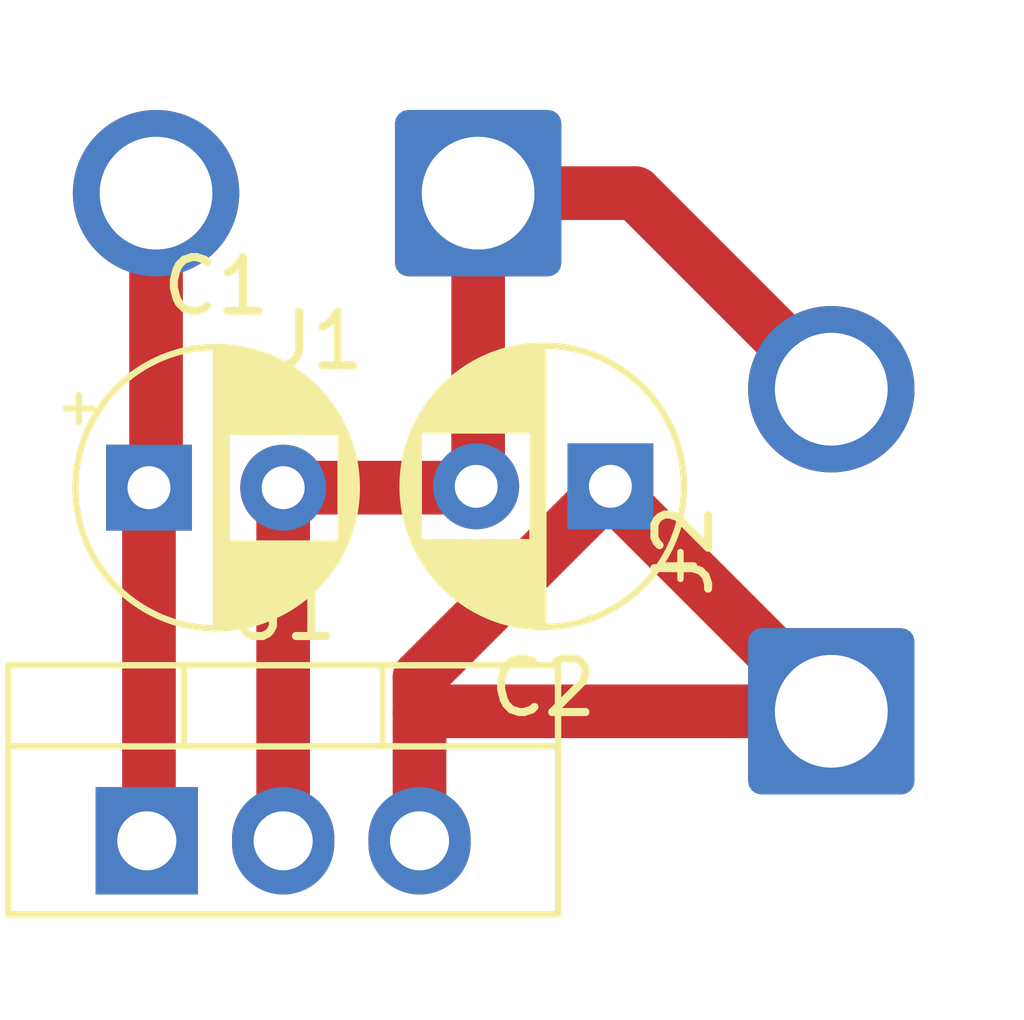
<source format=kicad_pcb>
(kicad_pcb (version 20171130) (host pcbnew "(5.1.10)-1")

  (general
    (thickness 1.6)
    (drawings 0)
    (tracks 19)
    (zones 0)
    (modules 5)
    (nets 4)
  )

  (page A4)
  (layers
    (0 F.Cu signal)
    (31 B.Cu signal)
    (32 B.Adhes user)
    (33 F.Adhes user)
    (34 B.Paste user)
    (35 F.Paste user)
    (36 B.SilkS user)
    (37 F.SilkS user)
    (38 B.Mask user)
    (39 F.Mask user)
    (40 Dwgs.User user)
    (41 Cmts.User user)
    (42 Eco1.User user)
    (43 Eco2.User user)
    (44 Edge.Cuts user)
    (45 Margin user)
    (46 B.CrtYd user)
    (47 F.CrtYd user)
    (48 B.Fab user)
    (49 F.Fab user)
  )

  (setup
    (last_trace_width 0.25)
    (trace_clearance 0.2)
    (zone_clearance 0.508)
    (zone_45_only no)
    (trace_min 0.2)
    (via_size 0.8)
    (via_drill 0.4)
    (via_min_size 0.4)
    (via_min_drill 0.3)
    (uvia_size 0.3)
    (uvia_drill 0.1)
    (uvias_allowed no)
    (uvia_min_size 0.2)
    (uvia_min_drill 0.1)
    (edge_width 0.05)
    (segment_width 0.2)
    (pcb_text_width 0.3)
    (pcb_text_size 1.5 1.5)
    (mod_edge_width 0.12)
    (mod_text_size 1 1)
    (mod_text_width 0.15)
    (pad_size 1.524 1.524)
    (pad_drill 0.762)
    (pad_to_mask_clearance 0)
    (aux_axis_origin 0 0)
    (visible_elements 7FFFFFFF)
    (pcbplotparams
      (layerselection 0x010fc_ffffffff)
      (usegerberextensions false)
      (usegerberattributes true)
      (usegerberadvancedattributes true)
      (creategerberjobfile true)
      (excludeedgelayer true)
      (linewidth 0.100000)
      (plotframeref false)
      (viasonmask false)
      (mode 1)
      (useauxorigin false)
      (hpglpennumber 1)
      (hpglpenspeed 20)
      (hpglpendiameter 15.000000)
      (psnegative false)
      (psa4output false)
      (plotreference true)
      (plotvalue true)
      (plotinvisibletext false)
      (padsonsilk false)
      (subtractmaskfromsilk false)
      (outputformat 1)
      (mirror false)
      (drillshape 1)
      (scaleselection 1)
      (outputdirectory ""))
  )

  (net 0 "")
  (net 1 "Net-(C1-Pad1)")
  (net 2 "Net-(C1-Pad2)")
  (net 3 "Net-(C2-Pad1)")

  (net_class Default "This is the default net class."
    (clearance 0.2)
    (trace_width 0.25)
    (via_dia 0.8)
    (via_drill 0.4)
    (uvia_dia 0.3)
    (uvia_drill 0.1)
    (add_net "Net-(C1-Pad1)")
    (add_net "Net-(C1-Pad2)")
    (add_net "Net-(C2-Pad1)")
  )

  (module Package_TO_SOT_THT:TO-220-3_Vertical (layer F.Cu) (tedit 5AC8BA0D) (tstamp 6125EC40)
    (at 58.1152 69.4944)
    (descr "TO-220-3, Vertical, RM 2.54mm, see https://www.vishay.com/docs/66542/to-220-1.pdf")
    (tags "TO-220-3 Vertical RM 2.54mm")
    (path /6125E64E)
    (fp_text reference U1 (at 2.54 -4.27) (layer F.SilkS)
      (effects (font (size 1 1) (thickness 0.15)))
    )
    (fp_text value MCP1825S (at 2.54 2.5) (layer F.Fab)
      (effects (font (size 1 1) (thickness 0.15)))
    )
    (fp_line (start -2.46 -3.15) (end -2.46 1.25) (layer F.Fab) (width 0.1))
    (fp_line (start -2.46 1.25) (end 7.54 1.25) (layer F.Fab) (width 0.1))
    (fp_line (start 7.54 1.25) (end 7.54 -3.15) (layer F.Fab) (width 0.1))
    (fp_line (start 7.54 -3.15) (end -2.46 -3.15) (layer F.Fab) (width 0.1))
    (fp_line (start -2.46 -1.88) (end 7.54 -1.88) (layer F.Fab) (width 0.1))
    (fp_line (start 0.69 -3.15) (end 0.69 -1.88) (layer F.Fab) (width 0.1))
    (fp_line (start 4.39 -3.15) (end 4.39 -1.88) (layer F.Fab) (width 0.1))
    (fp_line (start -2.58 -3.27) (end 7.66 -3.27) (layer F.SilkS) (width 0.12))
    (fp_line (start -2.58 1.371) (end 7.66 1.371) (layer F.SilkS) (width 0.12))
    (fp_line (start -2.58 -3.27) (end -2.58 1.371) (layer F.SilkS) (width 0.12))
    (fp_line (start 7.66 -3.27) (end 7.66 1.371) (layer F.SilkS) (width 0.12))
    (fp_line (start -2.58 -1.76) (end 7.66 -1.76) (layer F.SilkS) (width 0.12))
    (fp_line (start 0.69 -3.27) (end 0.69 -1.76) (layer F.SilkS) (width 0.12))
    (fp_line (start 4.391 -3.27) (end 4.391 -1.76) (layer F.SilkS) (width 0.12))
    (fp_line (start -2.71 -3.4) (end -2.71 1.51) (layer F.CrtYd) (width 0.05))
    (fp_line (start -2.71 1.51) (end 7.79 1.51) (layer F.CrtYd) (width 0.05))
    (fp_line (start 7.79 1.51) (end 7.79 -3.4) (layer F.CrtYd) (width 0.05))
    (fp_line (start 7.79 -3.4) (end -2.71 -3.4) (layer F.CrtYd) (width 0.05))
    (fp_text user %R (at 2.54 -4.27) (layer F.Fab)
      (effects (font (size 1 1) (thickness 0.15)))
    )
    (pad 1 thru_hole rect (at 0 0) (size 1.905 2) (drill 1.1) (layers *.Cu *.Mask)
      (net 1 "Net-(C1-Pad1)"))
    (pad 2 thru_hole oval (at 2.54 0) (size 1.905 2) (drill 1.1) (layers *.Cu *.Mask)
      (net 2 "Net-(C1-Pad2)"))
    (pad 3 thru_hole oval (at 5.08 0) (size 1.905 2) (drill 1.1) (layers *.Cu *.Mask)
      (net 3 "Net-(C2-Pad1)"))
    (model ${KISYS3DMOD}/Package_TO_SOT_THT.3dshapes/TO-220-3_Vertical.wrl
      (at (xyz 0 0 0))
      (scale (xyz 1 1 1))
      (rotate (xyz 0 0 0))
    )
  )

  (module Capacitor_THT:CP_Radial_D5.0mm_P2.50mm (layer F.Cu) (tedit 5AE50EF0) (tstamp 6125F556)
    (at 58.1552 62.9158)
    (descr "CP, Radial series, Radial, pin pitch=2.50mm, , diameter=5mm, Electrolytic Capacitor")
    (tags "CP Radial series Radial pin pitch 2.50mm  diameter 5mm Electrolytic Capacitor")
    (path /6125FD5C)
    (fp_text reference C1 (at 1.25 -3.75) (layer F.SilkS)
      (effects (font (size 1 1) (thickness 0.15)))
    )
    (fp_text value 4.7u (at 1.25 3.75) (layer F.Fab)
      (effects (font (size 1 1) (thickness 0.15)))
    )
    (fp_circle (center 1.25 0) (end 3.75 0) (layer F.Fab) (width 0.1))
    (fp_circle (center 1.25 0) (end 3.87 0) (layer F.SilkS) (width 0.12))
    (fp_circle (center 1.25 0) (end 4 0) (layer F.CrtYd) (width 0.05))
    (fp_line (start -0.883605 -1.0875) (end -0.383605 -1.0875) (layer F.Fab) (width 0.1))
    (fp_line (start -0.633605 -1.3375) (end -0.633605 -0.8375) (layer F.Fab) (width 0.1))
    (fp_line (start 1.25 -2.58) (end 1.25 2.58) (layer F.SilkS) (width 0.12))
    (fp_line (start 1.29 -2.58) (end 1.29 2.58) (layer F.SilkS) (width 0.12))
    (fp_line (start 1.33 -2.579) (end 1.33 2.579) (layer F.SilkS) (width 0.12))
    (fp_line (start 1.37 -2.578) (end 1.37 2.578) (layer F.SilkS) (width 0.12))
    (fp_line (start 1.41 -2.576) (end 1.41 2.576) (layer F.SilkS) (width 0.12))
    (fp_line (start 1.45 -2.573) (end 1.45 2.573) (layer F.SilkS) (width 0.12))
    (fp_line (start 1.49 -2.569) (end 1.49 -1.04) (layer F.SilkS) (width 0.12))
    (fp_line (start 1.49 1.04) (end 1.49 2.569) (layer F.SilkS) (width 0.12))
    (fp_line (start 1.53 -2.565) (end 1.53 -1.04) (layer F.SilkS) (width 0.12))
    (fp_line (start 1.53 1.04) (end 1.53 2.565) (layer F.SilkS) (width 0.12))
    (fp_line (start 1.57 -2.561) (end 1.57 -1.04) (layer F.SilkS) (width 0.12))
    (fp_line (start 1.57 1.04) (end 1.57 2.561) (layer F.SilkS) (width 0.12))
    (fp_line (start 1.61 -2.556) (end 1.61 -1.04) (layer F.SilkS) (width 0.12))
    (fp_line (start 1.61 1.04) (end 1.61 2.556) (layer F.SilkS) (width 0.12))
    (fp_line (start 1.65 -2.55) (end 1.65 -1.04) (layer F.SilkS) (width 0.12))
    (fp_line (start 1.65 1.04) (end 1.65 2.55) (layer F.SilkS) (width 0.12))
    (fp_line (start 1.69 -2.543) (end 1.69 -1.04) (layer F.SilkS) (width 0.12))
    (fp_line (start 1.69 1.04) (end 1.69 2.543) (layer F.SilkS) (width 0.12))
    (fp_line (start 1.73 -2.536) (end 1.73 -1.04) (layer F.SilkS) (width 0.12))
    (fp_line (start 1.73 1.04) (end 1.73 2.536) (layer F.SilkS) (width 0.12))
    (fp_line (start 1.77 -2.528) (end 1.77 -1.04) (layer F.SilkS) (width 0.12))
    (fp_line (start 1.77 1.04) (end 1.77 2.528) (layer F.SilkS) (width 0.12))
    (fp_line (start 1.81 -2.52) (end 1.81 -1.04) (layer F.SilkS) (width 0.12))
    (fp_line (start 1.81 1.04) (end 1.81 2.52) (layer F.SilkS) (width 0.12))
    (fp_line (start 1.85 -2.511) (end 1.85 -1.04) (layer F.SilkS) (width 0.12))
    (fp_line (start 1.85 1.04) (end 1.85 2.511) (layer F.SilkS) (width 0.12))
    (fp_line (start 1.89 -2.501) (end 1.89 -1.04) (layer F.SilkS) (width 0.12))
    (fp_line (start 1.89 1.04) (end 1.89 2.501) (layer F.SilkS) (width 0.12))
    (fp_line (start 1.93 -2.491) (end 1.93 -1.04) (layer F.SilkS) (width 0.12))
    (fp_line (start 1.93 1.04) (end 1.93 2.491) (layer F.SilkS) (width 0.12))
    (fp_line (start 1.971 -2.48) (end 1.971 -1.04) (layer F.SilkS) (width 0.12))
    (fp_line (start 1.971 1.04) (end 1.971 2.48) (layer F.SilkS) (width 0.12))
    (fp_line (start 2.011 -2.468) (end 2.011 -1.04) (layer F.SilkS) (width 0.12))
    (fp_line (start 2.011 1.04) (end 2.011 2.468) (layer F.SilkS) (width 0.12))
    (fp_line (start 2.051 -2.455) (end 2.051 -1.04) (layer F.SilkS) (width 0.12))
    (fp_line (start 2.051 1.04) (end 2.051 2.455) (layer F.SilkS) (width 0.12))
    (fp_line (start 2.091 -2.442) (end 2.091 -1.04) (layer F.SilkS) (width 0.12))
    (fp_line (start 2.091 1.04) (end 2.091 2.442) (layer F.SilkS) (width 0.12))
    (fp_line (start 2.131 -2.428) (end 2.131 -1.04) (layer F.SilkS) (width 0.12))
    (fp_line (start 2.131 1.04) (end 2.131 2.428) (layer F.SilkS) (width 0.12))
    (fp_line (start 2.171 -2.414) (end 2.171 -1.04) (layer F.SilkS) (width 0.12))
    (fp_line (start 2.171 1.04) (end 2.171 2.414) (layer F.SilkS) (width 0.12))
    (fp_line (start 2.211 -2.398) (end 2.211 -1.04) (layer F.SilkS) (width 0.12))
    (fp_line (start 2.211 1.04) (end 2.211 2.398) (layer F.SilkS) (width 0.12))
    (fp_line (start 2.251 -2.382) (end 2.251 -1.04) (layer F.SilkS) (width 0.12))
    (fp_line (start 2.251 1.04) (end 2.251 2.382) (layer F.SilkS) (width 0.12))
    (fp_line (start 2.291 -2.365) (end 2.291 -1.04) (layer F.SilkS) (width 0.12))
    (fp_line (start 2.291 1.04) (end 2.291 2.365) (layer F.SilkS) (width 0.12))
    (fp_line (start 2.331 -2.348) (end 2.331 -1.04) (layer F.SilkS) (width 0.12))
    (fp_line (start 2.331 1.04) (end 2.331 2.348) (layer F.SilkS) (width 0.12))
    (fp_line (start 2.371 -2.329) (end 2.371 -1.04) (layer F.SilkS) (width 0.12))
    (fp_line (start 2.371 1.04) (end 2.371 2.329) (layer F.SilkS) (width 0.12))
    (fp_line (start 2.411 -2.31) (end 2.411 -1.04) (layer F.SilkS) (width 0.12))
    (fp_line (start 2.411 1.04) (end 2.411 2.31) (layer F.SilkS) (width 0.12))
    (fp_line (start 2.451 -2.29) (end 2.451 -1.04) (layer F.SilkS) (width 0.12))
    (fp_line (start 2.451 1.04) (end 2.451 2.29) (layer F.SilkS) (width 0.12))
    (fp_line (start 2.491 -2.268) (end 2.491 -1.04) (layer F.SilkS) (width 0.12))
    (fp_line (start 2.491 1.04) (end 2.491 2.268) (layer F.SilkS) (width 0.12))
    (fp_line (start 2.531 -2.247) (end 2.531 -1.04) (layer F.SilkS) (width 0.12))
    (fp_line (start 2.531 1.04) (end 2.531 2.247) (layer F.SilkS) (width 0.12))
    (fp_line (start 2.571 -2.224) (end 2.571 -1.04) (layer F.SilkS) (width 0.12))
    (fp_line (start 2.571 1.04) (end 2.571 2.224) (layer F.SilkS) (width 0.12))
    (fp_line (start 2.611 -2.2) (end 2.611 -1.04) (layer F.SilkS) (width 0.12))
    (fp_line (start 2.611 1.04) (end 2.611 2.2) (layer F.SilkS) (width 0.12))
    (fp_line (start 2.651 -2.175) (end 2.651 -1.04) (layer F.SilkS) (width 0.12))
    (fp_line (start 2.651 1.04) (end 2.651 2.175) (layer F.SilkS) (width 0.12))
    (fp_line (start 2.691 -2.149) (end 2.691 -1.04) (layer F.SilkS) (width 0.12))
    (fp_line (start 2.691 1.04) (end 2.691 2.149) (layer F.SilkS) (width 0.12))
    (fp_line (start 2.731 -2.122) (end 2.731 -1.04) (layer F.SilkS) (width 0.12))
    (fp_line (start 2.731 1.04) (end 2.731 2.122) (layer F.SilkS) (width 0.12))
    (fp_line (start 2.771 -2.095) (end 2.771 -1.04) (layer F.SilkS) (width 0.12))
    (fp_line (start 2.771 1.04) (end 2.771 2.095) (layer F.SilkS) (width 0.12))
    (fp_line (start 2.811 -2.065) (end 2.811 -1.04) (layer F.SilkS) (width 0.12))
    (fp_line (start 2.811 1.04) (end 2.811 2.065) (layer F.SilkS) (width 0.12))
    (fp_line (start 2.851 -2.035) (end 2.851 -1.04) (layer F.SilkS) (width 0.12))
    (fp_line (start 2.851 1.04) (end 2.851 2.035) (layer F.SilkS) (width 0.12))
    (fp_line (start 2.891 -2.004) (end 2.891 -1.04) (layer F.SilkS) (width 0.12))
    (fp_line (start 2.891 1.04) (end 2.891 2.004) (layer F.SilkS) (width 0.12))
    (fp_line (start 2.931 -1.971) (end 2.931 -1.04) (layer F.SilkS) (width 0.12))
    (fp_line (start 2.931 1.04) (end 2.931 1.971) (layer F.SilkS) (width 0.12))
    (fp_line (start 2.971 -1.937) (end 2.971 -1.04) (layer F.SilkS) (width 0.12))
    (fp_line (start 2.971 1.04) (end 2.971 1.937) (layer F.SilkS) (width 0.12))
    (fp_line (start 3.011 -1.901) (end 3.011 -1.04) (layer F.SilkS) (width 0.12))
    (fp_line (start 3.011 1.04) (end 3.011 1.901) (layer F.SilkS) (width 0.12))
    (fp_line (start 3.051 -1.864) (end 3.051 -1.04) (layer F.SilkS) (width 0.12))
    (fp_line (start 3.051 1.04) (end 3.051 1.864) (layer F.SilkS) (width 0.12))
    (fp_line (start 3.091 -1.826) (end 3.091 -1.04) (layer F.SilkS) (width 0.12))
    (fp_line (start 3.091 1.04) (end 3.091 1.826) (layer F.SilkS) (width 0.12))
    (fp_line (start 3.131 -1.785) (end 3.131 -1.04) (layer F.SilkS) (width 0.12))
    (fp_line (start 3.131 1.04) (end 3.131 1.785) (layer F.SilkS) (width 0.12))
    (fp_line (start 3.171 -1.743) (end 3.171 -1.04) (layer F.SilkS) (width 0.12))
    (fp_line (start 3.171 1.04) (end 3.171 1.743) (layer F.SilkS) (width 0.12))
    (fp_line (start 3.211 -1.699) (end 3.211 -1.04) (layer F.SilkS) (width 0.12))
    (fp_line (start 3.211 1.04) (end 3.211 1.699) (layer F.SilkS) (width 0.12))
    (fp_line (start 3.251 -1.653) (end 3.251 -1.04) (layer F.SilkS) (width 0.12))
    (fp_line (start 3.251 1.04) (end 3.251 1.653) (layer F.SilkS) (width 0.12))
    (fp_line (start 3.291 -1.605) (end 3.291 -1.04) (layer F.SilkS) (width 0.12))
    (fp_line (start 3.291 1.04) (end 3.291 1.605) (layer F.SilkS) (width 0.12))
    (fp_line (start 3.331 -1.554) (end 3.331 -1.04) (layer F.SilkS) (width 0.12))
    (fp_line (start 3.331 1.04) (end 3.331 1.554) (layer F.SilkS) (width 0.12))
    (fp_line (start 3.371 -1.5) (end 3.371 -1.04) (layer F.SilkS) (width 0.12))
    (fp_line (start 3.371 1.04) (end 3.371 1.5) (layer F.SilkS) (width 0.12))
    (fp_line (start 3.411 -1.443) (end 3.411 -1.04) (layer F.SilkS) (width 0.12))
    (fp_line (start 3.411 1.04) (end 3.411 1.443) (layer F.SilkS) (width 0.12))
    (fp_line (start 3.451 -1.383) (end 3.451 -1.04) (layer F.SilkS) (width 0.12))
    (fp_line (start 3.451 1.04) (end 3.451 1.383) (layer F.SilkS) (width 0.12))
    (fp_line (start 3.491 -1.319) (end 3.491 -1.04) (layer F.SilkS) (width 0.12))
    (fp_line (start 3.491 1.04) (end 3.491 1.319) (layer F.SilkS) (width 0.12))
    (fp_line (start 3.531 -1.251) (end 3.531 -1.04) (layer F.SilkS) (width 0.12))
    (fp_line (start 3.531 1.04) (end 3.531 1.251) (layer F.SilkS) (width 0.12))
    (fp_line (start 3.571 -1.178) (end 3.571 1.178) (layer F.SilkS) (width 0.12))
    (fp_line (start 3.611 -1.098) (end 3.611 1.098) (layer F.SilkS) (width 0.12))
    (fp_line (start 3.651 -1.011) (end 3.651 1.011) (layer F.SilkS) (width 0.12))
    (fp_line (start 3.691 -0.915) (end 3.691 0.915) (layer F.SilkS) (width 0.12))
    (fp_line (start 3.731 -0.805) (end 3.731 0.805) (layer F.SilkS) (width 0.12))
    (fp_line (start 3.771 -0.677) (end 3.771 0.677) (layer F.SilkS) (width 0.12))
    (fp_line (start 3.811 -0.518) (end 3.811 0.518) (layer F.SilkS) (width 0.12))
    (fp_line (start 3.851 -0.284) (end 3.851 0.284) (layer F.SilkS) (width 0.12))
    (fp_line (start -1.554775 -1.475) (end -1.054775 -1.475) (layer F.SilkS) (width 0.12))
    (fp_line (start -1.304775 -1.725) (end -1.304775 -1.225) (layer F.SilkS) (width 0.12))
    (fp_text user %R (at 1.25 0) (layer F.Fab)
      (effects (font (size 1 1) (thickness 0.15)))
    )
    (pad 1 thru_hole rect (at 0 0) (size 1.6 1.6) (drill 0.8) (layers *.Cu *.Mask)
      (net 1 "Net-(C1-Pad1)"))
    (pad 2 thru_hole circle (at 2.5 0) (size 1.6 1.6) (drill 0.8) (layers *.Cu *.Mask)
      (net 2 "Net-(C1-Pad2)"))
    (model ${KISYS3DMOD}/Capacitor_THT.3dshapes/CP_Radial_D5.0mm_P2.50mm.wrl
      (at (xyz 0 0 0))
      (scale (xyz 1 1 1))
      (rotate (xyz 0 0 0))
    )
  )

  (module Capacitor_THT:CP_Radial_D5.0mm_P2.50mm (layer F.Cu) (tedit 5AE50EF0) (tstamp 6125F5DA)
    (at 66.7512 62.8904 180)
    (descr "CP, Radial series, Radial, pin pitch=2.50mm, , diameter=5mm, Electrolytic Capacitor")
    (tags "CP Radial series Radial pin pitch 2.50mm  diameter 5mm Electrolytic Capacitor")
    (path /6126058B)
    (fp_text reference C2 (at 1.25 -3.75) (layer F.SilkS)
      (effects (font (size 1 1) (thickness 0.15)))
    )
    (fp_text value 1u (at 1.25 3.75) (layer F.Fab)
      (effects (font (size 1 1) (thickness 0.15)))
    )
    (fp_line (start -1.304775 -1.725) (end -1.304775 -1.225) (layer F.SilkS) (width 0.12))
    (fp_line (start -1.554775 -1.475) (end -1.054775 -1.475) (layer F.SilkS) (width 0.12))
    (fp_line (start 3.851 -0.284) (end 3.851 0.284) (layer F.SilkS) (width 0.12))
    (fp_line (start 3.811 -0.518) (end 3.811 0.518) (layer F.SilkS) (width 0.12))
    (fp_line (start 3.771 -0.677) (end 3.771 0.677) (layer F.SilkS) (width 0.12))
    (fp_line (start 3.731 -0.805) (end 3.731 0.805) (layer F.SilkS) (width 0.12))
    (fp_line (start 3.691 -0.915) (end 3.691 0.915) (layer F.SilkS) (width 0.12))
    (fp_line (start 3.651 -1.011) (end 3.651 1.011) (layer F.SilkS) (width 0.12))
    (fp_line (start 3.611 -1.098) (end 3.611 1.098) (layer F.SilkS) (width 0.12))
    (fp_line (start 3.571 -1.178) (end 3.571 1.178) (layer F.SilkS) (width 0.12))
    (fp_line (start 3.531 1.04) (end 3.531 1.251) (layer F.SilkS) (width 0.12))
    (fp_line (start 3.531 -1.251) (end 3.531 -1.04) (layer F.SilkS) (width 0.12))
    (fp_line (start 3.491 1.04) (end 3.491 1.319) (layer F.SilkS) (width 0.12))
    (fp_line (start 3.491 -1.319) (end 3.491 -1.04) (layer F.SilkS) (width 0.12))
    (fp_line (start 3.451 1.04) (end 3.451 1.383) (layer F.SilkS) (width 0.12))
    (fp_line (start 3.451 -1.383) (end 3.451 -1.04) (layer F.SilkS) (width 0.12))
    (fp_line (start 3.411 1.04) (end 3.411 1.443) (layer F.SilkS) (width 0.12))
    (fp_line (start 3.411 -1.443) (end 3.411 -1.04) (layer F.SilkS) (width 0.12))
    (fp_line (start 3.371 1.04) (end 3.371 1.5) (layer F.SilkS) (width 0.12))
    (fp_line (start 3.371 -1.5) (end 3.371 -1.04) (layer F.SilkS) (width 0.12))
    (fp_line (start 3.331 1.04) (end 3.331 1.554) (layer F.SilkS) (width 0.12))
    (fp_line (start 3.331 -1.554) (end 3.331 -1.04) (layer F.SilkS) (width 0.12))
    (fp_line (start 3.291 1.04) (end 3.291 1.605) (layer F.SilkS) (width 0.12))
    (fp_line (start 3.291 -1.605) (end 3.291 -1.04) (layer F.SilkS) (width 0.12))
    (fp_line (start 3.251 1.04) (end 3.251 1.653) (layer F.SilkS) (width 0.12))
    (fp_line (start 3.251 -1.653) (end 3.251 -1.04) (layer F.SilkS) (width 0.12))
    (fp_line (start 3.211 1.04) (end 3.211 1.699) (layer F.SilkS) (width 0.12))
    (fp_line (start 3.211 -1.699) (end 3.211 -1.04) (layer F.SilkS) (width 0.12))
    (fp_line (start 3.171 1.04) (end 3.171 1.743) (layer F.SilkS) (width 0.12))
    (fp_line (start 3.171 -1.743) (end 3.171 -1.04) (layer F.SilkS) (width 0.12))
    (fp_line (start 3.131 1.04) (end 3.131 1.785) (layer F.SilkS) (width 0.12))
    (fp_line (start 3.131 -1.785) (end 3.131 -1.04) (layer F.SilkS) (width 0.12))
    (fp_line (start 3.091 1.04) (end 3.091 1.826) (layer F.SilkS) (width 0.12))
    (fp_line (start 3.091 -1.826) (end 3.091 -1.04) (layer F.SilkS) (width 0.12))
    (fp_line (start 3.051 1.04) (end 3.051 1.864) (layer F.SilkS) (width 0.12))
    (fp_line (start 3.051 -1.864) (end 3.051 -1.04) (layer F.SilkS) (width 0.12))
    (fp_line (start 3.011 1.04) (end 3.011 1.901) (layer F.SilkS) (width 0.12))
    (fp_line (start 3.011 -1.901) (end 3.011 -1.04) (layer F.SilkS) (width 0.12))
    (fp_line (start 2.971 1.04) (end 2.971 1.937) (layer F.SilkS) (width 0.12))
    (fp_line (start 2.971 -1.937) (end 2.971 -1.04) (layer F.SilkS) (width 0.12))
    (fp_line (start 2.931 1.04) (end 2.931 1.971) (layer F.SilkS) (width 0.12))
    (fp_line (start 2.931 -1.971) (end 2.931 -1.04) (layer F.SilkS) (width 0.12))
    (fp_line (start 2.891 1.04) (end 2.891 2.004) (layer F.SilkS) (width 0.12))
    (fp_line (start 2.891 -2.004) (end 2.891 -1.04) (layer F.SilkS) (width 0.12))
    (fp_line (start 2.851 1.04) (end 2.851 2.035) (layer F.SilkS) (width 0.12))
    (fp_line (start 2.851 -2.035) (end 2.851 -1.04) (layer F.SilkS) (width 0.12))
    (fp_line (start 2.811 1.04) (end 2.811 2.065) (layer F.SilkS) (width 0.12))
    (fp_line (start 2.811 -2.065) (end 2.811 -1.04) (layer F.SilkS) (width 0.12))
    (fp_line (start 2.771 1.04) (end 2.771 2.095) (layer F.SilkS) (width 0.12))
    (fp_line (start 2.771 -2.095) (end 2.771 -1.04) (layer F.SilkS) (width 0.12))
    (fp_line (start 2.731 1.04) (end 2.731 2.122) (layer F.SilkS) (width 0.12))
    (fp_line (start 2.731 -2.122) (end 2.731 -1.04) (layer F.SilkS) (width 0.12))
    (fp_line (start 2.691 1.04) (end 2.691 2.149) (layer F.SilkS) (width 0.12))
    (fp_line (start 2.691 -2.149) (end 2.691 -1.04) (layer F.SilkS) (width 0.12))
    (fp_line (start 2.651 1.04) (end 2.651 2.175) (layer F.SilkS) (width 0.12))
    (fp_line (start 2.651 -2.175) (end 2.651 -1.04) (layer F.SilkS) (width 0.12))
    (fp_line (start 2.611 1.04) (end 2.611 2.2) (layer F.SilkS) (width 0.12))
    (fp_line (start 2.611 -2.2) (end 2.611 -1.04) (layer F.SilkS) (width 0.12))
    (fp_line (start 2.571 1.04) (end 2.571 2.224) (layer F.SilkS) (width 0.12))
    (fp_line (start 2.571 -2.224) (end 2.571 -1.04) (layer F.SilkS) (width 0.12))
    (fp_line (start 2.531 1.04) (end 2.531 2.247) (layer F.SilkS) (width 0.12))
    (fp_line (start 2.531 -2.247) (end 2.531 -1.04) (layer F.SilkS) (width 0.12))
    (fp_line (start 2.491 1.04) (end 2.491 2.268) (layer F.SilkS) (width 0.12))
    (fp_line (start 2.491 -2.268) (end 2.491 -1.04) (layer F.SilkS) (width 0.12))
    (fp_line (start 2.451 1.04) (end 2.451 2.29) (layer F.SilkS) (width 0.12))
    (fp_line (start 2.451 -2.29) (end 2.451 -1.04) (layer F.SilkS) (width 0.12))
    (fp_line (start 2.411 1.04) (end 2.411 2.31) (layer F.SilkS) (width 0.12))
    (fp_line (start 2.411 -2.31) (end 2.411 -1.04) (layer F.SilkS) (width 0.12))
    (fp_line (start 2.371 1.04) (end 2.371 2.329) (layer F.SilkS) (width 0.12))
    (fp_line (start 2.371 -2.329) (end 2.371 -1.04) (layer F.SilkS) (width 0.12))
    (fp_line (start 2.331 1.04) (end 2.331 2.348) (layer F.SilkS) (width 0.12))
    (fp_line (start 2.331 -2.348) (end 2.331 -1.04) (layer F.SilkS) (width 0.12))
    (fp_line (start 2.291 1.04) (end 2.291 2.365) (layer F.SilkS) (width 0.12))
    (fp_line (start 2.291 -2.365) (end 2.291 -1.04) (layer F.SilkS) (width 0.12))
    (fp_line (start 2.251 1.04) (end 2.251 2.382) (layer F.SilkS) (width 0.12))
    (fp_line (start 2.251 -2.382) (end 2.251 -1.04) (layer F.SilkS) (width 0.12))
    (fp_line (start 2.211 1.04) (end 2.211 2.398) (layer F.SilkS) (width 0.12))
    (fp_line (start 2.211 -2.398) (end 2.211 -1.04) (layer F.SilkS) (width 0.12))
    (fp_line (start 2.171 1.04) (end 2.171 2.414) (layer F.SilkS) (width 0.12))
    (fp_line (start 2.171 -2.414) (end 2.171 -1.04) (layer F.SilkS) (width 0.12))
    (fp_line (start 2.131 1.04) (end 2.131 2.428) (layer F.SilkS) (width 0.12))
    (fp_line (start 2.131 -2.428) (end 2.131 -1.04) (layer F.SilkS) (width 0.12))
    (fp_line (start 2.091 1.04) (end 2.091 2.442) (layer F.SilkS) (width 0.12))
    (fp_line (start 2.091 -2.442) (end 2.091 -1.04) (layer F.SilkS) (width 0.12))
    (fp_line (start 2.051 1.04) (end 2.051 2.455) (layer F.SilkS) (width 0.12))
    (fp_line (start 2.051 -2.455) (end 2.051 -1.04) (layer F.SilkS) (width 0.12))
    (fp_line (start 2.011 1.04) (end 2.011 2.468) (layer F.SilkS) (width 0.12))
    (fp_line (start 2.011 -2.468) (end 2.011 -1.04) (layer F.SilkS) (width 0.12))
    (fp_line (start 1.971 1.04) (end 1.971 2.48) (layer F.SilkS) (width 0.12))
    (fp_line (start 1.971 -2.48) (end 1.971 -1.04) (layer F.SilkS) (width 0.12))
    (fp_line (start 1.93 1.04) (end 1.93 2.491) (layer F.SilkS) (width 0.12))
    (fp_line (start 1.93 -2.491) (end 1.93 -1.04) (layer F.SilkS) (width 0.12))
    (fp_line (start 1.89 1.04) (end 1.89 2.501) (layer F.SilkS) (width 0.12))
    (fp_line (start 1.89 -2.501) (end 1.89 -1.04) (layer F.SilkS) (width 0.12))
    (fp_line (start 1.85 1.04) (end 1.85 2.511) (layer F.SilkS) (width 0.12))
    (fp_line (start 1.85 -2.511) (end 1.85 -1.04) (layer F.SilkS) (width 0.12))
    (fp_line (start 1.81 1.04) (end 1.81 2.52) (layer F.SilkS) (width 0.12))
    (fp_line (start 1.81 -2.52) (end 1.81 -1.04) (layer F.SilkS) (width 0.12))
    (fp_line (start 1.77 1.04) (end 1.77 2.528) (layer F.SilkS) (width 0.12))
    (fp_line (start 1.77 -2.528) (end 1.77 -1.04) (layer F.SilkS) (width 0.12))
    (fp_line (start 1.73 1.04) (end 1.73 2.536) (layer F.SilkS) (width 0.12))
    (fp_line (start 1.73 -2.536) (end 1.73 -1.04) (layer F.SilkS) (width 0.12))
    (fp_line (start 1.69 1.04) (end 1.69 2.543) (layer F.SilkS) (width 0.12))
    (fp_line (start 1.69 -2.543) (end 1.69 -1.04) (layer F.SilkS) (width 0.12))
    (fp_line (start 1.65 1.04) (end 1.65 2.55) (layer F.SilkS) (width 0.12))
    (fp_line (start 1.65 -2.55) (end 1.65 -1.04) (layer F.SilkS) (width 0.12))
    (fp_line (start 1.61 1.04) (end 1.61 2.556) (layer F.SilkS) (width 0.12))
    (fp_line (start 1.61 -2.556) (end 1.61 -1.04) (layer F.SilkS) (width 0.12))
    (fp_line (start 1.57 1.04) (end 1.57 2.561) (layer F.SilkS) (width 0.12))
    (fp_line (start 1.57 -2.561) (end 1.57 -1.04) (layer F.SilkS) (width 0.12))
    (fp_line (start 1.53 1.04) (end 1.53 2.565) (layer F.SilkS) (width 0.12))
    (fp_line (start 1.53 -2.565) (end 1.53 -1.04) (layer F.SilkS) (width 0.12))
    (fp_line (start 1.49 1.04) (end 1.49 2.569) (layer F.SilkS) (width 0.12))
    (fp_line (start 1.49 -2.569) (end 1.49 -1.04) (layer F.SilkS) (width 0.12))
    (fp_line (start 1.45 -2.573) (end 1.45 2.573) (layer F.SilkS) (width 0.12))
    (fp_line (start 1.41 -2.576) (end 1.41 2.576) (layer F.SilkS) (width 0.12))
    (fp_line (start 1.37 -2.578) (end 1.37 2.578) (layer F.SilkS) (width 0.12))
    (fp_line (start 1.33 -2.579) (end 1.33 2.579) (layer F.SilkS) (width 0.12))
    (fp_line (start 1.29 -2.58) (end 1.29 2.58) (layer F.SilkS) (width 0.12))
    (fp_line (start 1.25 -2.58) (end 1.25 2.58) (layer F.SilkS) (width 0.12))
    (fp_line (start -0.633605 -1.3375) (end -0.633605 -0.8375) (layer F.Fab) (width 0.1))
    (fp_line (start -0.883605 -1.0875) (end -0.383605 -1.0875) (layer F.Fab) (width 0.1))
    (fp_circle (center 1.25 0) (end 4 0) (layer F.CrtYd) (width 0.05))
    (fp_circle (center 1.25 0) (end 3.87 0) (layer F.SilkS) (width 0.12))
    (fp_circle (center 1.25 0) (end 3.75 0) (layer F.Fab) (width 0.1))
    (fp_text user %R (at 1.25 0) (layer F.Fab)
      (effects (font (size 1 1) (thickness 0.15)))
    )
    (pad 2 thru_hole circle (at 2.5 0 180) (size 1.6 1.6) (drill 0.8) (layers *.Cu *.Mask)
      (net 2 "Net-(C1-Pad2)"))
    (pad 1 thru_hole rect (at 0 0 180) (size 1.6 1.6) (drill 0.8) (layers *.Cu *.Mask)
      (net 3 "Net-(C2-Pad1)"))
    (model ${KISYS3DMOD}/Capacitor_THT.3dshapes/CP_Radial_D5.0mm_P2.50mm.wrl
      (at (xyz 0 0 0))
      (scale (xyz 1 1 1))
      (rotate (xyz 0 0 0))
    )
  )

  (module Connector_Wire:SolderWire-1.5sqmm_1x02_P6mm_D1.7mm_OD3mm (layer F.Cu) (tedit 5EB70B43) (tstamp 6126224F)
    (at 64.2874 57.4294 180)
    (descr "Soldered wire connection, for 2 times 1.5 mm² wires, basic insulation, conductor diameter 1.7mm, outer diameter 3mm, size source Multi-Contact FLEXI-E 1.5 (https://ec.staubli.com/AcroFiles/Catalogues/TM_Cab-Main-11014119_(en)_hi.pdf), bend radius 3 times outer diameter, generated with kicad-footprint-generator")
    (tags "connector wire 1.5sqmm")
    (path /61263463)
    (attr virtual)
    (fp_text reference J1 (at 3 -2.75) (layer F.SilkS)
      (effects (font (size 1 1) (thickness 0.15)))
    )
    (fp_text value Conn_01x02 (at 3 2.75) (layer F.Fab)
      (effects (font (size 1 1) (thickness 0.15)))
    )
    (fp_line (start 8.25 -2.05) (end 3.75 -2.05) (layer F.CrtYd) (width 0.05))
    (fp_line (start 8.25 2.05) (end 8.25 -2.05) (layer F.CrtYd) (width 0.05))
    (fp_line (start 3.75 2.05) (end 8.25 2.05) (layer F.CrtYd) (width 0.05))
    (fp_line (start 3.75 -2.05) (end 3.75 2.05) (layer F.CrtYd) (width 0.05))
    (fp_line (start 2.25 -2.05) (end -2.25 -2.05) (layer F.CrtYd) (width 0.05))
    (fp_line (start 2.25 2.05) (end 2.25 -2.05) (layer F.CrtYd) (width 0.05))
    (fp_line (start -2.25 2.05) (end 2.25 2.05) (layer F.CrtYd) (width 0.05))
    (fp_line (start -2.25 -2.05) (end -2.25 2.05) (layer F.CrtYd) (width 0.05))
    (fp_circle (center 6 0) (end 7.5 0) (layer F.Fab) (width 0.1))
    (fp_circle (center 0 0) (end 1.5 0) (layer F.Fab) (width 0.1))
    (fp_text user %R (at 3 0 90) (layer F.Fab)
      (effects (font (size 1 1) (thickness 0.15)))
    )
    (pad 1 thru_hole roundrect (at 0 0 180) (size 3.1 3.1) (drill 2.1) (layers *.Cu *.Mask) (roundrect_rratio 0.08064499999999999)
      (net 2 "Net-(C1-Pad2)"))
    (pad 2 thru_hole circle (at 6 0 180) (size 3.1 3.1) (drill 2.1) (layers *.Cu *.Mask)
      (net 1 "Net-(C1-Pad1)"))
    (model ${KISYS3DMOD}/Connector_Wire.3dshapes/SolderWire-1.5sqmm_1x02_P6mm_D1.7mm_OD3mm.wrl
      (at (xyz 0 0 0))
      (scale (xyz 1 1 1))
      (rotate (xyz 0 0 0))
    )
  )

  (module Connector_Wire:SolderWire-1.5sqmm_1x02_P6mm_D1.7mm_OD3mm (layer F.Cu) (tedit 5EB70B43) (tstamp 61262260)
    (at 70.866 67.0814 90)
    (descr "Soldered wire connection, for 2 times 1.5 mm² wires, basic insulation, conductor diameter 1.7mm, outer diameter 3mm, size source Multi-Contact FLEXI-E 1.5 (https://ec.staubli.com/AcroFiles/Catalogues/TM_Cab-Main-11014119_(en)_hi.pdf), bend radius 3 times outer diameter, generated with kicad-footprint-generator")
    (tags "connector wire 1.5sqmm")
    (path /61263E8E)
    (attr virtual)
    (fp_text reference J2 (at 3 -2.75 90) (layer F.SilkS)
      (effects (font (size 1 1) (thickness 0.15)))
    )
    (fp_text value Conn_01x02 (at 3 2.75 90) (layer F.Fab)
      (effects (font (size 1 1) (thickness 0.15)))
    )
    (fp_text user %R (at 3 0) (layer F.Fab)
      (effects (font (size 1 1) (thickness 0.15)))
    )
    (fp_circle (center 0 0) (end 1.5 0) (layer F.Fab) (width 0.1))
    (fp_circle (center 6 0) (end 7.5 0) (layer F.Fab) (width 0.1))
    (fp_line (start -2.25 -2.05) (end -2.25 2.05) (layer F.CrtYd) (width 0.05))
    (fp_line (start -2.25 2.05) (end 2.25 2.05) (layer F.CrtYd) (width 0.05))
    (fp_line (start 2.25 2.05) (end 2.25 -2.05) (layer F.CrtYd) (width 0.05))
    (fp_line (start 2.25 -2.05) (end -2.25 -2.05) (layer F.CrtYd) (width 0.05))
    (fp_line (start 3.75 -2.05) (end 3.75 2.05) (layer F.CrtYd) (width 0.05))
    (fp_line (start 3.75 2.05) (end 8.25 2.05) (layer F.CrtYd) (width 0.05))
    (fp_line (start 8.25 2.05) (end 8.25 -2.05) (layer F.CrtYd) (width 0.05))
    (fp_line (start 8.25 -2.05) (end 3.75 -2.05) (layer F.CrtYd) (width 0.05))
    (pad 2 thru_hole circle (at 6 0 90) (size 3.1 3.1) (drill 2.1) (layers *.Cu *.Mask)
      (net 2 "Net-(C1-Pad2)"))
    (pad 1 thru_hole roundrect (at 0 0 90) (size 3.1 3.1) (drill 2.1) (layers *.Cu *.Mask) (roundrect_rratio 0.08064499999999999)
      (net 3 "Net-(C2-Pad1)"))
    (model ${KISYS3DMOD}/Connector_Wire.3dshapes/SolderWire-1.5sqmm_1x02_P6mm_D1.7mm_OD3mm.wrl
      (at (xyz 0 0 0))
      (scale (xyz 1 1 1))
      (rotate (xyz 0 0 0))
    )
  )

  (segment (start 58.431001 62.639999) (end 58.1552 62.9158) (width 0.25) (layer F.Cu) (net 1))
  (segment (start 58.1552 69.4544) (end 58.1152 69.4944) (width 0.25) (layer F.Cu) (net 1))
  (segment (start 58.1552 62.9158) (end 58.1552 69.4544) (width 1) (layer F.Cu) (net 1))
  (segment (start 58.2874 62.7836) (end 58.1552 62.9158) (width 0.25) (layer F.Cu) (net 1))
  (segment (start 58.2874 57.4294) (end 58.2874 62.7836) (width 1) (layer F.Cu) (net 1))
  (segment (start 60.6552 69.4944) (end 60.6552 62.9158) (width 1) (layer F.Cu) (net 2))
  (segment (start 64.2258 62.9158) (end 64.2512 62.8904) (width 0.25) (layer F.Cu) (net 2))
  (segment (start 60.6552 62.9158) (end 64.2258 62.9158) (width 1) (layer F.Cu) (net 2))
  (segment (start 64.2874 62.8542) (end 64.2512 62.8904) (width 0.25) (layer F.Cu) (net 2))
  (segment (start 64.2874 57.4294) (end 64.2874 62.8542) (width 1) (layer F.Cu) (net 2))
  (segment (start 67.214 57.4294) (end 70.866 61.0814) (width 1) (layer F.Cu) (net 2))
  (segment (start 64.2874 57.4294) (end 67.214 57.4294) (width 1) (layer F.Cu) (net 2))
  (segment (start 63.1952 66.4464) (end 66.7512 62.8904) (width 1) (layer F.Cu) (net 3))
  (segment (start 66.7512 62.9666) (end 70.866 67.0814) (width 1) (layer F.Cu) (net 3))
  (segment (start 66.7512 62.8904) (end 66.7512 62.9666) (width 0.25) (layer F.Cu) (net 3))
  (segment (start 63.2206 67.0814) (end 63.1952 67.1068) (width 0.25) (layer F.Cu) (net 3))
  (segment (start 70.866 67.0814) (end 63.2206 67.0814) (width 1) (layer F.Cu) (net 3))
  (segment (start 63.1952 67.1068) (end 63.1952 66.4464) (width 1) (layer F.Cu) (net 3))
  (segment (start 63.1952 69.4944) (end 63.1952 67.1068) (width 1) (layer F.Cu) (net 3))

)

</source>
